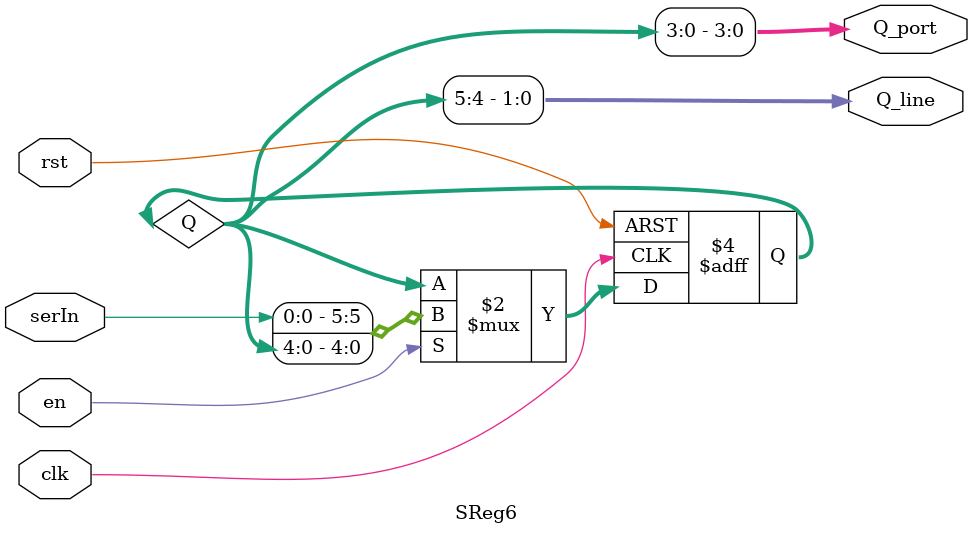
<source format=v>
`timescale 1ns/1ns
module SReg6(input en, input serIn, input clk, input rst, output [3:0] Q_port , output [1:0] Q_line);
  reg [5:0] Q;
  always @ (negedge clk, posedge rst) begin
    #145;
    if (rst) Q <= 5'b00000;
    else
      if (en) Q <= {serIn, Q[4:0]};
  end
  
  assign Q_port = Q[3:0];
  assign Q_line = Q[5:4];
  
endmodule
</source>
